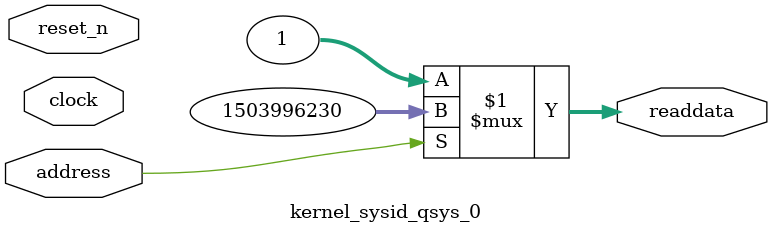
<source format=v>

`timescale 1ns / 1ps
// synthesis translate_on

// turn off superfluous verilog processor warnings 
// altera message_level Level1 
// altera message_off 10034 10035 10036 10037 10230 10240 10030 

module kernel_sysid_qsys_0 (
               // inputs:
                address,
                clock,
                reset_n,

               // outputs:
                readdata
             )
;

  output  [ 31: 0] readdata;
  input            address;
  input            clock;
  input            reset_n;

  wire    [ 31: 0] readdata;
  //control_slave, which is an e_avalon_slave
  assign readdata = address ? 1503996230 : 1;

endmodule




</source>
